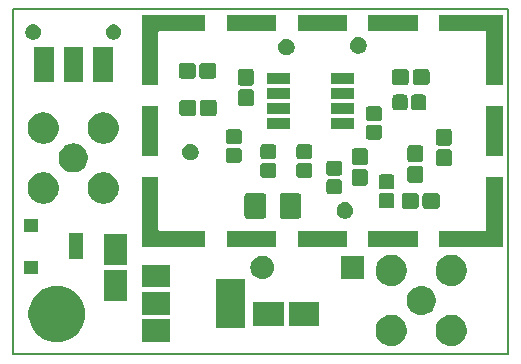
<source format=gbr>
%TF.GenerationSoftware,KiCad,Pcbnew,(5.0.1-3-g963ef8bb5)*%
%TF.CreationDate,2019-01-13T00:49:13+02:00*%
%TF.ProjectId,8307,383330372E6B696361645F7063620000,1.0*%
%TF.SameCoordinates,Original*%
%TF.FileFunction,Soldermask,Top*%
%TF.FilePolarity,Negative*%
%FSLAX46Y46*%
G04 Gerber Fmt 4.6, Leading zero omitted, Abs format (unit mm)*
G04 Created by KiCad (PCBNEW (5.0.1-3-g963ef8bb5)) date Duminică, 13 Ianuarie 2019, 00:49:13*
%MOMM*%
%LPD*%
G01*
G04 APERTURE LIST*
%ADD10C,0.150000*%
G04 APERTURE END LIST*
D10*
X21590000Y-72390000D02*
X21590000Y-43180000D01*
X63500000Y-72390000D02*
X21590000Y-72390000D01*
X63500000Y-43180000D02*
X63500000Y-72390000D01*
X21590000Y-43180000D02*
X63500000Y-43180000D01*
G36*
X58975159Y-69066946D02*
X59060488Y-69083919D01*
X59301623Y-69183800D01*
X59518641Y-69328807D01*
X59703193Y-69513359D01*
X59703195Y-69513362D01*
X59848200Y-69730377D01*
X59943727Y-69961000D01*
X59948081Y-69971513D01*
X59999000Y-70227497D01*
X59999000Y-70488503D01*
X59985785Y-70554939D01*
X59948081Y-70744488D01*
X59858149Y-70961604D01*
X59848200Y-70985623D01*
X59703193Y-71202641D01*
X59518641Y-71387193D01*
X59518638Y-71387195D01*
X59301623Y-71532200D01*
X59060488Y-71632081D01*
X58975159Y-71649054D01*
X58804503Y-71683000D01*
X58543497Y-71683000D01*
X58372841Y-71649054D01*
X58287512Y-71632081D01*
X58046377Y-71532200D01*
X57829362Y-71387195D01*
X57829359Y-71387193D01*
X57644807Y-71202641D01*
X57499800Y-70985623D01*
X57489851Y-70961604D01*
X57399919Y-70744488D01*
X57362215Y-70554939D01*
X57349000Y-70488503D01*
X57349000Y-70227497D01*
X57399919Y-69971513D01*
X57404274Y-69961000D01*
X57499800Y-69730377D01*
X57644805Y-69513362D01*
X57644807Y-69513359D01*
X57829359Y-69328807D01*
X58046377Y-69183800D01*
X58287512Y-69083919D01*
X58372841Y-69066946D01*
X58543497Y-69033000D01*
X58804503Y-69033000D01*
X58975159Y-69066946D01*
X58975159Y-69066946D01*
G37*
G36*
X53895159Y-69066946D02*
X53980488Y-69083919D01*
X54221623Y-69183800D01*
X54438641Y-69328807D01*
X54623193Y-69513359D01*
X54623195Y-69513362D01*
X54768200Y-69730377D01*
X54863727Y-69961000D01*
X54868081Y-69971513D01*
X54919000Y-70227497D01*
X54919000Y-70488503D01*
X54905785Y-70554939D01*
X54868081Y-70744488D01*
X54778149Y-70961604D01*
X54768200Y-70985623D01*
X54623193Y-71202641D01*
X54438641Y-71387193D01*
X54438638Y-71387195D01*
X54221623Y-71532200D01*
X53980488Y-71632081D01*
X53895159Y-71649054D01*
X53724503Y-71683000D01*
X53463497Y-71683000D01*
X53292841Y-71649054D01*
X53207512Y-71632081D01*
X52966377Y-71532200D01*
X52749362Y-71387195D01*
X52749359Y-71387193D01*
X52564807Y-71202641D01*
X52419800Y-70985623D01*
X52409851Y-70961604D01*
X52319919Y-70744488D01*
X52282215Y-70554939D01*
X52269000Y-70488503D01*
X52269000Y-70227497D01*
X52319919Y-69971513D01*
X52324274Y-69961000D01*
X52419800Y-69730377D01*
X52564805Y-69513362D01*
X52564807Y-69513359D01*
X52749359Y-69328807D01*
X52966377Y-69183800D01*
X53207512Y-69083919D01*
X53292841Y-69066946D01*
X53463497Y-69033000D01*
X53724503Y-69033000D01*
X53895159Y-69066946D01*
X53895159Y-69066946D01*
G37*
G36*
X25624904Y-66583979D02*
X25973054Y-66653230D01*
X26409826Y-66834147D01*
X26802911Y-67096798D01*
X27137202Y-67431089D01*
X27399853Y-67824174D01*
X27580770Y-68260946D01*
X27635041Y-68533787D01*
X27673000Y-68724619D01*
X27673000Y-69197381D01*
X27650279Y-69311604D01*
X27580770Y-69661054D01*
X27399853Y-70097826D01*
X27137202Y-70490911D01*
X26802911Y-70825202D01*
X26409826Y-71087853D01*
X25973054Y-71268770D01*
X25624904Y-71338021D01*
X25509381Y-71361000D01*
X25036619Y-71361000D01*
X24921096Y-71338021D01*
X24572946Y-71268770D01*
X24136174Y-71087853D01*
X23743089Y-70825202D01*
X23408798Y-70490911D01*
X23146147Y-70097826D01*
X22965230Y-69661054D01*
X22895721Y-69311604D01*
X22873000Y-69197381D01*
X22873000Y-68724619D01*
X22910959Y-68533787D01*
X22965230Y-68260946D01*
X23146147Y-67824174D01*
X23408798Y-67431089D01*
X23743089Y-67096798D01*
X24136174Y-66834147D01*
X24572946Y-66653230D01*
X24921096Y-66583979D01*
X25036619Y-66561000D01*
X25509381Y-66561000D01*
X25624904Y-66583979D01*
X25624904Y-66583979D01*
G37*
G36*
X34880000Y-71322000D02*
X32480000Y-71322000D01*
X32480000Y-69422000D01*
X34880000Y-69422000D01*
X34880000Y-71322000D01*
X34880000Y-71322000D01*
G37*
G36*
X41180000Y-70172000D02*
X38780000Y-70172000D01*
X38780000Y-65972000D01*
X41180000Y-65972000D01*
X41180000Y-70172000D01*
X41180000Y-70172000D01*
G37*
G36*
X47504000Y-69961000D02*
X44904000Y-69961000D01*
X44904000Y-67961000D01*
X47504000Y-67961000D01*
X47504000Y-69961000D01*
X47504000Y-69961000D01*
G37*
G36*
X44504000Y-69961000D02*
X41904000Y-69961000D01*
X41904000Y-67961000D01*
X44504000Y-67961000D01*
X44504000Y-69961000D01*
X44504000Y-69961000D01*
G37*
G36*
X56372985Y-66616538D02*
X56491319Y-66640076D01*
X56714255Y-66732419D01*
X56788661Y-66782136D01*
X56914895Y-66866483D01*
X57085517Y-67037105D01*
X57085519Y-67037108D01*
X57219581Y-67237745D01*
X57311924Y-67460681D01*
X57333972Y-67571523D01*
X57346369Y-67633845D01*
X57359000Y-67697348D01*
X57359000Y-67938652D01*
X57311924Y-68175319D01*
X57219581Y-68398255D01*
X57129021Y-68533787D01*
X57085517Y-68598895D01*
X56914895Y-68769517D01*
X56914892Y-68769519D01*
X56714255Y-68903581D01*
X56491319Y-68995924D01*
X56394563Y-69015170D01*
X56254653Y-69043000D01*
X56013347Y-69043000D01*
X55873437Y-69015170D01*
X55776681Y-68995924D01*
X55553745Y-68903581D01*
X55353108Y-68769519D01*
X55353105Y-68769517D01*
X55182483Y-68598895D01*
X55138979Y-68533787D01*
X55048419Y-68398255D01*
X54956076Y-68175319D01*
X54909000Y-67938652D01*
X54909000Y-67697348D01*
X54921632Y-67633845D01*
X54934028Y-67571523D01*
X54956076Y-67460681D01*
X55048419Y-67237745D01*
X55182481Y-67037108D01*
X55182483Y-67037105D01*
X55353105Y-66866483D01*
X55479339Y-66782136D01*
X55553745Y-66732419D01*
X55776681Y-66640076D01*
X55895015Y-66616538D01*
X56013347Y-66593000D01*
X56254653Y-66593000D01*
X56372985Y-66616538D01*
X56372985Y-66616538D01*
G37*
G36*
X34880000Y-69022000D02*
X32480000Y-69022000D01*
X32480000Y-67122000D01*
X34880000Y-67122000D01*
X34880000Y-69022000D01*
X34880000Y-69022000D01*
G37*
G36*
X31226000Y-67824000D02*
X29226000Y-67824000D01*
X29226000Y-65224000D01*
X31226000Y-65224000D01*
X31226000Y-67824000D01*
X31226000Y-67824000D01*
G37*
G36*
X34880000Y-66722000D02*
X32480000Y-66722000D01*
X32480000Y-64822000D01*
X34880000Y-64822000D01*
X34880000Y-66722000D01*
X34880000Y-66722000D01*
G37*
G36*
X53895159Y-63986946D02*
X53980488Y-64003919D01*
X54201949Y-64095651D01*
X54221623Y-64103800D01*
X54438641Y-64248807D01*
X54623193Y-64433359D01*
X54623195Y-64433362D01*
X54768200Y-64650377D01*
X54840117Y-64824000D01*
X54868081Y-64891513D01*
X54919000Y-65147497D01*
X54919000Y-65408503D01*
X54918993Y-65408537D01*
X54868081Y-65664488D01*
X54787308Y-65859491D01*
X54768200Y-65905623D01*
X54623193Y-66122641D01*
X54438641Y-66307193D01*
X54438638Y-66307195D01*
X54221623Y-66452200D01*
X53980488Y-66552081D01*
X53935649Y-66561000D01*
X53724503Y-66603000D01*
X53463497Y-66603000D01*
X53252351Y-66561000D01*
X53207512Y-66552081D01*
X52966377Y-66452200D01*
X52749362Y-66307195D01*
X52749359Y-66307193D01*
X52564807Y-66122641D01*
X52419800Y-65905623D01*
X52400692Y-65859491D01*
X52319919Y-65664488D01*
X52269007Y-65408537D01*
X52269000Y-65408503D01*
X52269000Y-65147497D01*
X52319919Y-64891513D01*
X52347884Y-64824000D01*
X52419800Y-64650377D01*
X52564805Y-64433362D01*
X52564807Y-64433359D01*
X52749359Y-64248807D01*
X52966377Y-64103800D01*
X52986051Y-64095651D01*
X53207512Y-64003919D01*
X53292841Y-63986946D01*
X53463497Y-63953000D01*
X53724503Y-63953000D01*
X53895159Y-63986946D01*
X53895159Y-63986946D01*
G37*
G36*
X58975159Y-63986946D02*
X59060488Y-64003919D01*
X59281949Y-64095651D01*
X59301623Y-64103800D01*
X59518641Y-64248807D01*
X59703193Y-64433359D01*
X59703195Y-64433362D01*
X59848200Y-64650377D01*
X59920117Y-64824000D01*
X59948081Y-64891513D01*
X59999000Y-65147497D01*
X59999000Y-65408503D01*
X59998993Y-65408537D01*
X59948081Y-65664488D01*
X59867308Y-65859491D01*
X59848200Y-65905623D01*
X59703193Y-66122641D01*
X59518641Y-66307193D01*
X59518638Y-66307195D01*
X59301623Y-66452200D01*
X59060488Y-66552081D01*
X59015649Y-66561000D01*
X58804503Y-66603000D01*
X58543497Y-66603000D01*
X58332351Y-66561000D01*
X58287512Y-66552081D01*
X58046377Y-66452200D01*
X57829362Y-66307195D01*
X57829359Y-66307193D01*
X57644807Y-66122641D01*
X57499800Y-65905623D01*
X57480692Y-65859491D01*
X57399919Y-65664488D01*
X57349007Y-65408537D01*
X57349000Y-65408503D01*
X57349000Y-65147497D01*
X57399919Y-64891513D01*
X57427884Y-64824000D01*
X57499800Y-64650377D01*
X57644805Y-64433362D01*
X57644807Y-64433359D01*
X57829359Y-64248807D01*
X58046377Y-64103800D01*
X58066051Y-64095651D01*
X58287512Y-64003919D01*
X58372841Y-63986946D01*
X58543497Y-63953000D01*
X58804503Y-63953000D01*
X58975159Y-63986946D01*
X58975159Y-63986946D01*
G37*
G36*
X51292000Y-66024000D02*
X49292000Y-66024000D01*
X49292000Y-64024000D01*
X51292000Y-64024000D01*
X51292000Y-66024000D01*
X51292000Y-66024000D01*
G37*
G36*
X42868030Y-64038469D02*
X42868033Y-64038470D01*
X42868034Y-64038470D01*
X43056535Y-64095651D01*
X43056537Y-64095652D01*
X43230260Y-64188509D01*
X43382528Y-64313472D01*
X43507491Y-64465740D01*
X43600348Y-64639463D01*
X43657531Y-64827970D01*
X43676838Y-65024000D01*
X43657531Y-65220030D01*
X43657530Y-65220033D01*
X43657530Y-65220034D01*
X43600359Y-65408503D01*
X43600348Y-65408537D01*
X43507491Y-65582260D01*
X43382528Y-65734528D01*
X43230260Y-65859491D01*
X43230258Y-65859492D01*
X43056535Y-65952349D01*
X42868034Y-66009530D01*
X42868033Y-66009530D01*
X42868030Y-66009531D01*
X42721124Y-66024000D01*
X42622876Y-66024000D01*
X42475970Y-66009531D01*
X42475967Y-66009530D01*
X42475966Y-66009530D01*
X42287465Y-65952349D01*
X42113742Y-65859492D01*
X42113740Y-65859491D01*
X41961472Y-65734528D01*
X41836509Y-65582260D01*
X41743652Y-65408537D01*
X41743642Y-65408503D01*
X41686470Y-65220034D01*
X41686470Y-65220033D01*
X41686469Y-65220030D01*
X41667162Y-65024000D01*
X41686469Y-64827970D01*
X41743652Y-64639463D01*
X41836509Y-64465740D01*
X41961472Y-64313472D01*
X42113740Y-64188509D01*
X42287463Y-64095652D01*
X42287465Y-64095651D01*
X42475966Y-64038470D01*
X42475967Y-64038470D01*
X42475970Y-64038469D01*
X42622876Y-64024000D01*
X42721124Y-64024000D01*
X42868030Y-64038469D01*
X42868030Y-64038469D01*
G37*
G36*
X23719000Y-65546000D02*
X22519000Y-65546000D01*
X22519000Y-64446000D01*
X23719000Y-64446000D01*
X23719000Y-65546000D01*
X23719000Y-65546000D01*
G37*
G36*
X31226000Y-64824000D02*
X29226000Y-64824000D01*
X29226000Y-62224000D01*
X31226000Y-62224000D01*
X31226000Y-64824000D01*
X31226000Y-64824000D01*
G37*
G36*
X27519000Y-64346000D02*
X26269000Y-64346000D01*
X26269000Y-62146000D01*
X27519000Y-62146000D01*
X27519000Y-64346000D01*
X27519000Y-64346000D01*
G37*
G36*
X33872000Y-61792000D02*
X33874402Y-61816386D01*
X33881515Y-61839835D01*
X33893066Y-61861446D01*
X33908612Y-61880388D01*
X33927554Y-61895934D01*
X33949165Y-61907485D01*
X33972614Y-61914598D01*
X33997000Y-61917000D01*
X37852000Y-61917000D01*
X37852000Y-63317000D01*
X32472000Y-63317000D01*
X32472000Y-57367000D01*
X33872000Y-57367000D01*
X33872000Y-61792000D01*
X33872000Y-61792000D01*
G37*
G36*
X43852000Y-63317000D02*
X39652000Y-63317000D01*
X39652000Y-61917000D01*
X43852000Y-61917000D01*
X43852000Y-63317000D01*
X43852000Y-63317000D01*
G37*
G36*
X49852000Y-63317000D02*
X45652000Y-63317000D01*
X45652000Y-61917000D01*
X49852000Y-61917000D01*
X49852000Y-63317000D01*
X49852000Y-63317000D01*
G37*
G36*
X55852000Y-63317000D02*
X51652000Y-63317000D01*
X51652000Y-61917000D01*
X55852000Y-61917000D01*
X55852000Y-63317000D01*
X55852000Y-63317000D01*
G37*
G36*
X63032000Y-63317000D02*
X57652000Y-63317000D01*
X57652000Y-61917000D01*
X61507000Y-61917000D01*
X61531386Y-61914598D01*
X61554835Y-61907485D01*
X61576446Y-61895934D01*
X61595388Y-61880388D01*
X61610934Y-61861446D01*
X61622485Y-61839835D01*
X61629598Y-61816386D01*
X61632000Y-61792000D01*
X61632000Y-57367000D01*
X63032000Y-57367000D01*
X63032000Y-63317000D01*
X63032000Y-63317000D01*
G37*
G36*
X23719000Y-62046000D02*
X22519000Y-62046000D01*
X22519000Y-60946000D01*
X23719000Y-60946000D01*
X23719000Y-62046000D01*
X23719000Y-62046000D01*
G37*
G36*
X49861183Y-59524900D02*
X49988574Y-59577668D01*
X50103224Y-59654274D01*
X50200726Y-59751776D01*
X50226949Y-59791022D01*
X50277332Y-59866426D01*
X50330100Y-59993817D01*
X50357000Y-60129055D01*
X50357000Y-60266945D01*
X50330100Y-60402183D01*
X50277332Y-60529574D01*
X50200726Y-60644224D01*
X50103224Y-60741726D01*
X49988574Y-60818332D01*
X49861183Y-60871100D01*
X49725945Y-60898000D01*
X49588055Y-60898000D01*
X49452817Y-60871100D01*
X49325426Y-60818332D01*
X49210776Y-60741726D01*
X49113274Y-60644224D01*
X49036668Y-60529574D01*
X48983900Y-60402183D01*
X48957000Y-60266945D01*
X48957000Y-60129055D01*
X48983900Y-59993817D01*
X49036668Y-59866426D01*
X49087051Y-59791022D01*
X49113274Y-59751776D01*
X49210776Y-59654274D01*
X49325426Y-59577668D01*
X49452817Y-59524900D01*
X49588055Y-59498000D01*
X49725945Y-59498000D01*
X49861183Y-59524900D01*
X49861183Y-59524900D01*
G37*
G36*
X45768482Y-58747186D02*
X45813204Y-58760753D01*
X45854433Y-58782790D01*
X45890561Y-58812439D01*
X45920210Y-58848567D01*
X45942247Y-58889796D01*
X45955814Y-58934518D01*
X45961000Y-58987175D01*
X45961000Y-60646825D01*
X45955814Y-60699482D01*
X45942247Y-60744204D01*
X45920210Y-60785433D01*
X45890561Y-60821561D01*
X45854433Y-60851210D01*
X45813204Y-60873247D01*
X45768482Y-60886814D01*
X45715825Y-60892000D01*
X44381175Y-60892000D01*
X44328518Y-60886814D01*
X44283796Y-60873247D01*
X44242567Y-60851210D01*
X44206439Y-60821561D01*
X44176790Y-60785433D01*
X44154753Y-60744204D01*
X44141186Y-60699482D01*
X44136000Y-60646825D01*
X44136000Y-58987175D01*
X44141186Y-58934518D01*
X44154753Y-58889796D01*
X44176790Y-58848567D01*
X44206439Y-58812439D01*
X44242567Y-58782790D01*
X44283796Y-58760753D01*
X44328518Y-58747186D01*
X44381175Y-58742000D01*
X45715825Y-58742000D01*
X45768482Y-58747186D01*
X45768482Y-58747186D01*
G37*
G36*
X42793482Y-58747186D02*
X42838204Y-58760753D01*
X42879433Y-58782790D01*
X42915561Y-58812439D01*
X42945210Y-58848567D01*
X42967247Y-58889796D01*
X42980814Y-58934518D01*
X42986000Y-58987175D01*
X42986000Y-60646825D01*
X42980814Y-60699482D01*
X42967247Y-60744204D01*
X42945210Y-60785433D01*
X42915561Y-60821561D01*
X42879433Y-60851210D01*
X42838204Y-60873247D01*
X42793482Y-60886814D01*
X42740825Y-60892000D01*
X41406175Y-60892000D01*
X41353518Y-60886814D01*
X41308796Y-60873247D01*
X41267567Y-60851210D01*
X41231439Y-60821561D01*
X41201790Y-60785433D01*
X41179753Y-60744204D01*
X41166186Y-60699482D01*
X41161000Y-60646825D01*
X41161000Y-58987175D01*
X41166186Y-58934518D01*
X41179753Y-58889796D01*
X41201790Y-58848567D01*
X41231439Y-58812439D01*
X41267567Y-58782790D01*
X41308796Y-58760753D01*
X41353518Y-58747186D01*
X41406175Y-58742000D01*
X42740825Y-58742000D01*
X42793482Y-58747186D01*
X42793482Y-58747186D01*
G37*
G36*
X57461730Y-58716077D02*
X57513210Y-58731693D01*
X57560642Y-58757046D01*
X57602227Y-58791173D01*
X57636354Y-58832758D01*
X57661707Y-58880190D01*
X57677323Y-58931670D01*
X57683200Y-58991340D01*
X57683200Y-59779060D01*
X57677323Y-59838730D01*
X57661707Y-59890210D01*
X57636354Y-59937642D01*
X57602227Y-59979227D01*
X57560642Y-60013354D01*
X57513210Y-60038707D01*
X57461730Y-60054323D01*
X57402060Y-60060200D01*
X56514340Y-60060200D01*
X56454670Y-60054323D01*
X56403190Y-60038707D01*
X56355758Y-60013354D01*
X56314173Y-59979227D01*
X56280046Y-59937642D01*
X56254693Y-59890210D01*
X56239077Y-59838730D01*
X56233200Y-59779060D01*
X56233200Y-58991340D01*
X56239077Y-58931670D01*
X56254693Y-58880190D01*
X56280046Y-58832758D01*
X56314173Y-58791173D01*
X56355758Y-58757046D01*
X56403190Y-58731693D01*
X56454670Y-58716077D01*
X56514340Y-58710200D01*
X57402060Y-58710200D01*
X57461730Y-58716077D01*
X57461730Y-58716077D01*
G37*
G36*
X55711730Y-58716077D02*
X55763210Y-58731693D01*
X55810642Y-58757046D01*
X55852227Y-58791173D01*
X55886354Y-58832758D01*
X55911707Y-58880190D01*
X55927323Y-58931670D01*
X55933200Y-58991340D01*
X55933200Y-59779060D01*
X55927323Y-59838730D01*
X55911707Y-59890210D01*
X55886354Y-59937642D01*
X55852227Y-59979227D01*
X55810642Y-60013354D01*
X55763210Y-60038707D01*
X55711730Y-60054323D01*
X55652060Y-60060200D01*
X54764340Y-60060200D01*
X54704670Y-60054323D01*
X54653190Y-60038707D01*
X54605758Y-60013354D01*
X54564173Y-59979227D01*
X54530046Y-59937642D01*
X54504693Y-59890210D01*
X54489077Y-59838730D01*
X54483200Y-59779060D01*
X54483200Y-58991340D01*
X54489077Y-58931670D01*
X54504693Y-58880190D01*
X54530046Y-58832758D01*
X54564173Y-58791173D01*
X54605758Y-58757046D01*
X54653190Y-58731693D01*
X54704670Y-58716077D01*
X54764340Y-58710200D01*
X55652060Y-58710200D01*
X55711730Y-58716077D01*
X55711730Y-58716077D01*
G37*
G36*
X53656222Y-58727917D02*
X53704185Y-58742466D01*
X53748375Y-58766086D01*
X53787118Y-58797882D01*
X53818914Y-58836625D01*
X53842534Y-58880815D01*
X53857083Y-58928778D01*
X53862600Y-58984791D01*
X53862600Y-59735009D01*
X53857083Y-59791022D01*
X53842534Y-59838985D01*
X53818914Y-59883175D01*
X53787118Y-59921918D01*
X53748375Y-59953714D01*
X53704185Y-59977334D01*
X53656222Y-59991883D01*
X53600209Y-59997400D01*
X52774991Y-59997400D01*
X52718978Y-59991883D01*
X52671015Y-59977334D01*
X52626825Y-59953714D01*
X52588082Y-59921918D01*
X52556286Y-59883175D01*
X52532666Y-59838985D01*
X52518117Y-59791022D01*
X52512600Y-59735009D01*
X52512600Y-58984791D01*
X52518117Y-58928778D01*
X52532666Y-58880815D01*
X52556286Y-58836625D01*
X52588082Y-58797882D01*
X52626825Y-58766086D01*
X52671015Y-58742466D01*
X52718978Y-58727917D01*
X52774991Y-58722400D01*
X53600209Y-58722400D01*
X53656222Y-58727917D01*
X53656222Y-58727917D01*
G37*
G36*
X29488481Y-56997435D02*
X29596488Y-57018919D01*
X29665783Y-57047622D01*
X29837623Y-57118800D01*
X30054641Y-57263807D01*
X30239193Y-57448359D01*
X30239195Y-57448362D01*
X30384200Y-57665377D01*
X30484081Y-57906512D01*
X30535000Y-58162499D01*
X30535000Y-58423501D01*
X30484081Y-58679488D01*
X30422151Y-58829000D01*
X30384200Y-58920623D01*
X30239193Y-59137641D01*
X30054641Y-59322193D01*
X30054638Y-59322195D01*
X29837623Y-59467200D01*
X29596488Y-59567081D01*
X29511159Y-59584054D01*
X29340503Y-59618000D01*
X29079497Y-59618000D01*
X28908841Y-59584054D01*
X28823512Y-59567081D01*
X28582377Y-59467200D01*
X28365362Y-59322195D01*
X28365359Y-59322193D01*
X28180807Y-59137641D01*
X28035800Y-58920623D01*
X27997849Y-58829000D01*
X27935919Y-58679488D01*
X27885000Y-58423501D01*
X27885000Y-58162499D01*
X27935919Y-57906512D01*
X28035800Y-57665377D01*
X28180805Y-57448362D01*
X28180807Y-57448359D01*
X28365359Y-57263807D01*
X28582377Y-57118800D01*
X28754217Y-57047622D01*
X28823512Y-57018919D01*
X28931519Y-56997435D01*
X29079497Y-56968000D01*
X29340503Y-56968000D01*
X29488481Y-56997435D01*
X29488481Y-56997435D01*
G37*
G36*
X24408481Y-56997435D02*
X24516488Y-57018919D01*
X24585783Y-57047622D01*
X24757623Y-57118800D01*
X24974641Y-57263807D01*
X25159193Y-57448359D01*
X25159195Y-57448362D01*
X25304200Y-57665377D01*
X25404081Y-57906512D01*
X25455000Y-58162499D01*
X25455000Y-58423501D01*
X25404081Y-58679488D01*
X25342151Y-58829000D01*
X25304200Y-58920623D01*
X25159193Y-59137641D01*
X24974641Y-59322193D01*
X24974638Y-59322195D01*
X24757623Y-59467200D01*
X24516488Y-59567081D01*
X24431159Y-59584054D01*
X24260503Y-59618000D01*
X23999497Y-59618000D01*
X23828841Y-59584054D01*
X23743512Y-59567081D01*
X23502377Y-59467200D01*
X23285362Y-59322195D01*
X23285359Y-59322193D01*
X23100807Y-59137641D01*
X22955800Y-58920623D01*
X22917849Y-58829000D01*
X22855919Y-58679488D01*
X22805000Y-58423501D01*
X22805000Y-58162499D01*
X22855919Y-57906512D01*
X22955800Y-57665377D01*
X23100805Y-57448362D01*
X23100807Y-57448359D01*
X23285359Y-57263807D01*
X23502377Y-57118800D01*
X23674217Y-57047622D01*
X23743512Y-57018919D01*
X23851519Y-56997435D01*
X23999497Y-56968000D01*
X24260503Y-56968000D01*
X24408481Y-56997435D01*
X24408481Y-56997435D01*
G37*
G36*
X49236622Y-57559517D02*
X49284585Y-57574066D01*
X49328775Y-57597686D01*
X49367518Y-57629482D01*
X49399314Y-57668225D01*
X49422934Y-57712415D01*
X49437483Y-57760378D01*
X49443000Y-57816391D01*
X49443000Y-58566609D01*
X49437483Y-58622622D01*
X49422934Y-58670585D01*
X49399314Y-58714775D01*
X49367518Y-58753518D01*
X49328775Y-58785314D01*
X49284585Y-58808934D01*
X49236622Y-58823483D01*
X49180609Y-58829000D01*
X48355391Y-58829000D01*
X48299378Y-58823483D01*
X48251415Y-58808934D01*
X48207225Y-58785314D01*
X48168482Y-58753518D01*
X48136686Y-58714775D01*
X48113066Y-58670585D01*
X48098517Y-58622622D01*
X48093000Y-58566609D01*
X48093000Y-57816391D01*
X48098517Y-57760378D01*
X48113066Y-57712415D01*
X48136686Y-57668225D01*
X48168482Y-57629482D01*
X48207225Y-57597686D01*
X48251415Y-57574066D01*
X48299378Y-57559517D01*
X48355391Y-57554000D01*
X49180609Y-57554000D01*
X49236622Y-57559517D01*
X49236622Y-57559517D01*
G37*
G36*
X53656222Y-57152917D02*
X53704185Y-57167466D01*
X53748375Y-57191086D01*
X53787118Y-57222882D01*
X53818914Y-57261625D01*
X53842534Y-57305815D01*
X53857083Y-57353778D01*
X53862600Y-57409791D01*
X53862600Y-58160009D01*
X53857083Y-58216022D01*
X53842534Y-58263985D01*
X53818914Y-58308175D01*
X53787118Y-58346918D01*
X53748375Y-58378714D01*
X53704185Y-58402334D01*
X53656222Y-58416883D01*
X53600209Y-58422400D01*
X52774991Y-58422400D01*
X52718978Y-58416883D01*
X52671015Y-58402334D01*
X52626825Y-58378714D01*
X52588082Y-58346918D01*
X52556286Y-58308175D01*
X52532666Y-58263985D01*
X52518117Y-58216022D01*
X52512600Y-58160009D01*
X52512600Y-57409791D01*
X52518117Y-57353778D01*
X52532666Y-57305815D01*
X52556286Y-57261625D01*
X52588082Y-57222882D01*
X52626825Y-57191086D01*
X52671015Y-57167466D01*
X52718978Y-57152917D01*
X52774991Y-57147400D01*
X53600209Y-57147400D01*
X53656222Y-57152917D01*
X53656222Y-57152917D01*
G37*
G36*
X51380530Y-56670877D02*
X51432010Y-56686493D01*
X51479442Y-56711846D01*
X51521027Y-56745973D01*
X51555154Y-56787558D01*
X51580507Y-56834990D01*
X51596123Y-56886470D01*
X51602000Y-56946140D01*
X51602000Y-57833860D01*
X51596123Y-57893530D01*
X51580507Y-57945010D01*
X51555154Y-57992442D01*
X51521027Y-58034027D01*
X51479442Y-58068154D01*
X51432010Y-58093507D01*
X51380530Y-58109123D01*
X51320860Y-58115000D01*
X50533140Y-58115000D01*
X50473470Y-58109123D01*
X50421990Y-58093507D01*
X50374558Y-58068154D01*
X50332973Y-58034027D01*
X50298846Y-57992442D01*
X50273493Y-57945010D01*
X50257877Y-57893530D01*
X50252000Y-57833860D01*
X50252000Y-56946140D01*
X50257877Y-56886470D01*
X50273493Y-56834990D01*
X50298846Y-56787558D01*
X50332973Y-56745973D01*
X50374558Y-56711846D01*
X50421990Y-56686493D01*
X50473470Y-56670877D01*
X50533140Y-56665000D01*
X51320860Y-56665000D01*
X51380530Y-56670877D01*
X51380530Y-56670877D01*
G37*
G36*
X56079530Y-56416877D02*
X56131010Y-56432493D01*
X56178442Y-56457846D01*
X56220027Y-56491973D01*
X56254154Y-56533558D01*
X56279507Y-56580990D01*
X56295123Y-56632470D01*
X56301000Y-56692140D01*
X56301000Y-57579860D01*
X56295123Y-57639530D01*
X56279507Y-57691010D01*
X56254154Y-57738442D01*
X56220027Y-57780027D01*
X56178442Y-57814154D01*
X56131010Y-57839507D01*
X56079530Y-57855123D01*
X56019860Y-57861000D01*
X55232140Y-57861000D01*
X55172470Y-57855123D01*
X55120990Y-57839507D01*
X55073558Y-57814154D01*
X55031973Y-57780027D01*
X54997846Y-57738442D01*
X54972493Y-57691010D01*
X54956877Y-57639530D01*
X54951000Y-57579860D01*
X54951000Y-56692140D01*
X54956877Y-56632470D01*
X54972493Y-56580990D01*
X54997846Y-56533558D01*
X55031973Y-56491973D01*
X55073558Y-56457846D01*
X55120990Y-56432493D01*
X55172470Y-56416877D01*
X55232140Y-56411000D01*
X56019860Y-56411000D01*
X56079530Y-56416877D01*
X56079530Y-56416877D01*
G37*
G36*
X43648622Y-56162517D02*
X43696585Y-56177066D01*
X43740775Y-56200686D01*
X43779518Y-56232482D01*
X43811314Y-56271225D01*
X43834934Y-56315415D01*
X43849483Y-56363378D01*
X43855000Y-56419391D01*
X43855000Y-57169609D01*
X43849483Y-57225622D01*
X43834934Y-57273585D01*
X43811314Y-57317775D01*
X43779518Y-57356518D01*
X43740775Y-57388314D01*
X43696585Y-57411934D01*
X43648622Y-57426483D01*
X43592609Y-57432000D01*
X42767391Y-57432000D01*
X42711378Y-57426483D01*
X42663415Y-57411934D01*
X42619225Y-57388314D01*
X42580482Y-57356518D01*
X42548686Y-57317775D01*
X42525066Y-57273585D01*
X42510517Y-57225622D01*
X42505000Y-57169609D01*
X42505000Y-56419391D01*
X42510517Y-56363378D01*
X42525066Y-56315415D01*
X42548686Y-56271225D01*
X42580482Y-56232482D01*
X42619225Y-56200686D01*
X42663415Y-56177066D01*
X42711378Y-56162517D01*
X42767391Y-56157000D01*
X43592609Y-56157000D01*
X43648622Y-56162517D01*
X43648622Y-56162517D01*
G37*
G36*
X46696622Y-56162517D02*
X46744585Y-56177066D01*
X46788775Y-56200686D01*
X46827518Y-56232482D01*
X46859314Y-56271225D01*
X46882934Y-56315415D01*
X46897483Y-56363378D01*
X46903000Y-56419391D01*
X46903000Y-57169609D01*
X46897483Y-57225622D01*
X46882934Y-57273585D01*
X46859314Y-57317775D01*
X46827518Y-57356518D01*
X46788775Y-57388314D01*
X46744585Y-57411934D01*
X46696622Y-57426483D01*
X46640609Y-57432000D01*
X45815391Y-57432000D01*
X45759378Y-57426483D01*
X45711415Y-57411934D01*
X45667225Y-57388314D01*
X45628482Y-57356518D01*
X45596686Y-57317775D01*
X45573066Y-57273585D01*
X45558517Y-57225622D01*
X45553000Y-57169609D01*
X45553000Y-56419391D01*
X45558517Y-56363378D01*
X45573066Y-56315415D01*
X45596686Y-56271225D01*
X45628482Y-56232482D01*
X45667225Y-56200686D01*
X45711415Y-56177066D01*
X45759378Y-56162517D01*
X45815391Y-56157000D01*
X46640609Y-56157000D01*
X46696622Y-56162517D01*
X46696622Y-56162517D01*
G37*
G36*
X49236622Y-55984517D02*
X49284585Y-55999066D01*
X49328775Y-56022686D01*
X49367518Y-56054482D01*
X49399314Y-56093225D01*
X49422934Y-56137415D01*
X49437483Y-56185378D01*
X49443000Y-56241391D01*
X49443000Y-56991609D01*
X49437483Y-57047622D01*
X49422934Y-57095585D01*
X49399314Y-57139775D01*
X49367518Y-57178518D01*
X49328775Y-57210314D01*
X49284585Y-57233934D01*
X49236622Y-57248483D01*
X49180609Y-57254000D01*
X48355391Y-57254000D01*
X48299378Y-57248483D01*
X48251415Y-57233934D01*
X48207225Y-57210314D01*
X48168482Y-57178518D01*
X48136686Y-57139775D01*
X48113066Y-57095585D01*
X48098517Y-57047622D01*
X48093000Y-56991609D01*
X48093000Y-56241391D01*
X48098517Y-56185378D01*
X48113066Y-56137415D01*
X48136686Y-56093225D01*
X48168482Y-56054482D01*
X48207225Y-56022686D01*
X48251415Y-55999066D01*
X48299378Y-55984517D01*
X48355391Y-55979000D01*
X49180609Y-55979000D01*
X49236622Y-55984517D01*
X49236622Y-55984517D01*
G37*
G36*
X26867641Y-54543314D02*
X27027319Y-54575076D01*
X27250255Y-54667419D01*
X27416903Y-54778770D01*
X27450895Y-54801483D01*
X27621517Y-54972105D01*
X27621519Y-54972108D01*
X27755581Y-55172745D01*
X27847924Y-55395681D01*
X27847924Y-55395682D01*
X27882002Y-55567000D01*
X27895000Y-55632348D01*
X27895000Y-55873652D01*
X27847924Y-56110319D01*
X27755581Y-56333255D01*
X27637583Y-56509851D01*
X27621517Y-56533895D01*
X27450895Y-56704517D01*
X27450892Y-56704519D01*
X27250255Y-56838581D01*
X27027319Y-56930924D01*
X26998497Y-56936657D01*
X26790653Y-56978000D01*
X26549347Y-56978000D01*
X26341503Y-56936657D01*
X26312681Y-56930924D01*
X26089745Y-56838581D01*
X25889108Y-56704519D01*
X25889105Y-56704517D01*
X25718483Y-56533895D01*
X25702417Y-56509851D01*
X25584419Y-56333255D01*
X25492076Y-56110319D01*
X25445000Y-55873652D01*
X25445000Y-55632348D01*
X25457999Y-55567000D01*
X25492076Y-55395682D01*
X25492076Y-55395681D01*
X25584419Y-55172745D01*
X25718481Y-54972108D01*
X25718483Y-54972105D01*
X25889105Y-54801483D01*
X25923097Y-54778770D01*
X26089745Y-54667419D01*
X26312681Y-54575076D01*
X26472359Y-54543314D01*
X26549347Y-54528000D01*
X26790653Y-54528000D01*
X26867641Y-54543314D01*
X26867641Y-54543314D01*
G37*
G36*
X58492530Y-55019877D02*
X58544010Y-55035493D01*
X58591442Y-55060846D01*
X58633027Y-55094973D01*
X58667154Y-55136558D01*
X58692507Y-55183990D01*
X58708123Y-55235470D01*
X58714000Y-55295140D01*
X58714000Y-56182860D01*
X58708123Y-56242530D01*
X58692507Y-56294010D01*
X58667154Y-56341442D01*
X58633027Y-56383027D01*
X58591442Y-56417154D01*
X58544010Y-56442507D01*
X58492530Y-56458123D01*
X58432860Y-56464000D01*
X57645140Y-56464000D01*
X57585470Y-56458123D01*
X57533990Y-56442507D01*
X57486558Y-56417154D01*
X57444973Y-56383027D01*
X57410846Y-56341442D01*
X57385493Y-56294010D01*
X57369877Y-56242530D01*
X57364000Y-56182860D01*
X57364000Y-55295140D01*
X57369877Y-55235470D01*
X57385493Y-55183990D01*
X57410846Y-55136558D01*
X57444973Y-55094973D01*
X57486558Y-55060846D01*
X57533990Y-55035493D01*
X57585470Y-55019877D01*
X57645140Y-55014000D01*
X58432860Y-55014000D01*
X58492530Y-55019877D01*
X58492530Y-55019877D01*
G37*
G36*
X51380530Y-54920877D02*
X51432010Y-54936493D01*
X51479442Y-54961846D01*
X51521027Y-54995973D01*
X51555154Y-55037558D01*
X51580507Y-55084990D01*
X51596123Y-55136470D01*
X51602000Y-55196140D01*
X51602000Y-56083860D01*
X51596123Y-56143530D01*
X51580507Y-56195010D01*
X51555154Y-56242442D01*
X51521027Y-56284027D01*
X51479442Y-56318154D01*
X51432010Y-56343507D01*
X51380530Y-56359123D01*
X51320860Y-56365000D01*
X50533140Y-56365000D01*
X50473470Y-56359123D01*
X50421990Y-56343507D01*
X50374558Y-56318154D01*
X50332973Y-56284027D01*
X50298846Y-56242442D01*
X50273493Y-56195010D01*
X50257877Y-56143530D01*
X50252000Y-56083860D01*
X50252000Y-55196140D01*
X50257877Y-55136470D01*
X50273493Y-55084990D01*
X50298846Y-55037558D01*
X50332973Y-54995973D01*
X50374558Y-54961846D01*
X50421990Y-54936493D01*
X50473470Y-54920877D01*
X50533140Y-54915000D01*
X51320860Y-54915000D01*
X51380530Y-54920877D01*
X51380530Y-54920877D01*
G37*
G36*
X40727622Y-54892517D02*
X40775585Y-54907066D01*
X40819775Y-54930686D01*
X40858518Y-54962482D01*
X40890314Y-55001225D01*
X40913934Y-55045415D01*
X40928483Y-55093378D01*
X40934000Y-55149391D01*
X40934000Y-55899609D01*
X40928483Y-55955622D01*
X40913934Y-56003585D01*
X40890314Y-56047775D01*
X40858518Y-56086518D01*
X40819775Y-56118314D01*
X40775585Y-56141934D01*
X40727622Y-56156483D01*
X40671609Y-56162000D01*
X39846391Y-56162000D01*
X39790378Y-56156483D01*
X39742415Y-56141934D01*
X39698225Y-56118314D01*
X39659482Y-56086518D01*
X39627686Y-56047775D01*
X39604066Y-56003585D01*
X39589517Y-55955622D01*
X39584000Y-55899609D01*
X39584000Y-55149391D01*
X39589517Y-55093378D01*
X39604066Y-55045415D01*
X39627686Y-55001225D01*
X39659482Y-54962482D01*
X39698225Y-54930686D01*
X39742415Y-54907066D01*
X39790378Y-54892517D01*
X39846391Y-54887000D01*
X40671609Y-54887000D01*
X40727622Y-54892517D01*
X40727622Y-54892517D01*
G37*
G36*
X56079530Y-54666877D02*
X56131010Y-54682493D01*
X56178442Y-54707846D01*
X56220027Y-54741973D01*
X56254154Y-54783558D01*
X56279507Y-54830990D01*
X56295123Y-54882470D01*
X56301000Y-54942140D01*
X56301000Y-55829860D01*
X56295123Y-55889530D01*
X56279507Y-55941010D01*
X56254154Y-55988442D01*
X56220027Y-56030027D01*
X56178442Y-56064154D01*
X56131010Y-56089507D01*
X56079530Y-56105123D01*
X56019860Y-56111000D01*
X55232140Y-56111000D01*
X55172470Y-56105123D01*
X55120990Y-56089507D01*
X55073558Y-56064154D01*
X55031973Y-56030027D01*
X54997846Y-55988442D01*
X54972493Y-55941010D01*
X54956877Y-55889530D01*
X54951000Y-55829860D01*
X54951000Y-54942140D01*
X54956877Y-54882470D01*
X54972493Y-54830990D01*
X54997846Y-54783558D01*
X55031973Y-54741973D01*
X55073558Y-54707846D01*
X55120990Y-54682493D01*
X55172470Y-54666877D01*
X55232140Y-54661000D01*
X56019860Y-54661000D01*
X56079530Y-54666877D01*
X56079530Y-54666877D01*
G37*
G36*
X36780183Y-54571900D02*
X36907574Y-54624668D01*
X37022224Y-54701274D01*
X37119726Y-54798776D01*
X37175648Y-54882470D01*
X37196332Y-54913426D01*
X37249100Y-55040817D01*
X37276000Y-55176055D01*
X37276000Y-55313945D01*
X37249100Y-55449183D01*
X37200298Y-55567000D01*
X37196332Y-55576574D01*
X37119726Y-55691224D01*
X37022224Y-55788726D01*
X36940622Y-55843250D01*
X36907574Y-55865332D01*
X36780183Y-55918100D01*
X36644945Y-55945000D01*
X36507055Y-55945000D01*
X36371817Y-55918100D01*
X36244426Y-55865332D01*
X36211378Y-55843250D01*
X36129776Y-55788726D01*
X36032274Y-55691224D01*
X35955668Y-55576574D01*
X35951702Y-55567000D01*
X35902900Y-55449183D01*
X35876000Y-55313945D01*
X35876000Y-55176055D01*
X35902900Y-55040817D01*
X35955668Y-54913426D01*
X35976352Y-54882470D01*
X36032274Y-54798776D01*
X36129776Y-54701274D01*
X36244426Y-54624668D01*
X36371817Y-54571900D01*
X36507055Y-54545000D01*
X36644945Y-54545000D01*
X36780183Y-54571900D01*
X36780183Y-54571900D01*
G37*
G36*
X43648622Y-54587517D02*
X43696585Y-54602066D01*
X43740775Y-54625686D01*
X43779518Y-54657482D01*
X43811314Y-54696225D01*
X43834934Y-54740415D01*
X43849483Y-54788378D01*
X43855000Y-54844391D01*
X43855000Y-55594609D01*
X43849483Y-55650622D01*
X43834934Y-55698585D01*
X43811314Y-55742775D01*
X43779518Y-55781518D01*
X43740775Y-55813314D01*
X43696585Y-55836934D01*
X43648622Y-55851483D01*
X43592609Y-55857000D01*
X42767391Y-55857000D01*
X42711378Y-55851483D01*
X42663415Y-55836934D01*
X42619225Y-55813314D01*
X42580482Y-55781518D01*
X42548686Y-55742775D01*
X42525066Y-55698585D01*
X42510517Y-55650622D01*
X42505000Y-55594609D01*
X42505000Y-54844391D01*
X42510517Y-54788378D01*
X42525066Y-54740415D01*
X42548686Y-54696225D01*
X42580482Y-54657482D01*
X42619225Y-54625686D01*
X42663415Y-54602066D01*
X42711378Y-54587517D01*
X42767391Y-54582000D01*
X43592609Y-54582000D01*
X43648622Y-54587517D01*
X43648622Y-54587517D01*
G37*
G36*
X46696622Y-54587517D02*
X46744585Y-54602066D01*
X46788775Y-54625686D01*
X46827518Y-54657482D01*
X46859314Y-54696225D01*
X46882934Y-54740415D01*
X46897483Y-54788378D01*
X46903000Y-54844391D01*
X46903000Y-55594609D01*
X46897483Y-55650622D01*
X46882934Y-55698585D01*
X46859314Y-55742775D01*
X46827518Y-55781518D01*
X46788775Y-55813314D01*
X46744585Y-55836934D01*
X46696622Y-55851483D01*
X46640609Y-55857000D01*
X45815391Y-55857000D01*
X45759378Y-55851483D01*
X45711415Y-55836934D01*
X45667225Y-55813314D01*
X45628482Y-55781518D01*
X45596686Y-55742775D01*
X45573066Y-55698585D01*
X45558517Y-55650622D01*
X45553000Y-55594609D01*
X45553000Y-54844391D01*
X45558517Y-54788378D01*
X45573066Y-54740415D01*
X45596686Y-54696225D01*
X45628482Y-54657482D01*
X45667225Y-54625686D01*
X45711415Y-54602066D01*
X45759378Y-54587517D01*
X45815391Y-54582000D01*
X46640609Y-54582000D01*
X46696622Y-54587517D01*
X46696622Y-54587517D01*
G37*
G36*
X63032000Y-55567000D02*
X61632000Y-55567000D01*
X61632000Y-51367000D01*
X63032000Y-51367000D01*
X63032000Y-55567000D01*
X63032000Y-55567000D01*
G37*
G36*
X33872000Y-55567000D02*
X32472000Y-55567000D01*
X32472000Y-51367000D01*
X33872000Y-51367000D01*
X33872000Y-55567000D01*
X33872000Y-55567000D01*
G37*
G36*
X58492530Y-53269877D02*
X58544010Y-53285493D01*
X58591442Y-53310846D01*
X58633027Y-53344973D01*
X58667154Y-53386558D01*
X58692507Y-53433990D01*
X58708123Y-53485470D01*
X58714000Y-53545140D01*
X58714000Y-54432860D01*
X58708123Y-54492530D01*
X58692507Y-54544010D01*
X58667154Y-54591442D01*
X58633027Y-54633027D01*
X58591442Y-54667154D01*
X58544010Y-54692507D01*
X58492530Y-54708123D01*
X58432860Y-54714000D01*
X57645140Y-54714000D01*
X57585470Y-54708123D01*
X57533990Y-54692507D01*
X57486558Y-54667154D01*
X57444973Y-54633027D01*
X57410846Y-54591442D01*
X57385493Y-54544010D01*
X57369877Y-54492530D01*
X57364000Y-54432860D01*
X57364000Y-53545140D01*
X57369877Y-53485470D01*
X57385493Y-53433990D01*
X57410846Y-53386558D01*
X57444973Y-53344973D01*
X57486558Y-53310846D01*
X57533990Y-53285493D01*
X57585470Y-53269877D01*
X57645140Y-53264000D01*
X58432860Y-53264000D01*
X58492530Y-53269877D01*
X58492530Y-53269877D01*
G37*
G36*
X40727622Y-53317517D02*
X40775585Y-53332066D01*
X40819775Y-53355686D01*
X40858518Y-53387482D01*
X40890314Y-53426225D01*
X40913934Y-53470415D01*
X40928483Y-53518378D01*
X40934000Y-53574391D01*
X40934000Y-54324609D01*
X40928483Y-54380622D01*
X40913934Y-54428585D01*
X40890314Y-54472775D01*
X40858518Y-54511518D01*
X40819775Y-54543314D01*
X40775585Y-54566934D01*
X40727622Y-54581483D01*
X40671609Y-54587000D01*
X39846391Y-54587000D01*
X39790378Y-54581483D01*
X39742415Y-54566934D01*
X39698225Y-54543314D01*
X39659482Y-54511518D01*
X39627686Y-54472775D01*
X39604066Y-54428585D01*
X39589517Y-54380622D01*
X39584000Y-54324609D01*
X39584000Y-53574391D01*
X39589517Y-53518378D01*
X39604066Y-53470415D01*
X39627686Y-53426225D01*
X39659482Y-53387482D01*
X39698225Y-53355686D01*
X39742415Y-53332066D01*
X39790378Y-53317517D01*
X39846391Y-53312000D01*
X40671609Y-53312000D01*
X40727622Y-53317517D01*
X40727622Y-53317517D01*
G37*
G36*
X29473942Y-51914543D02*
X29596488Y-51938919D01*
X29831358Y-52036205D01*
X29837623Y-52038800D01*
X30054641Y-52183807D01*
X30239193Y-52368359D01*
X30384200Y-52585377D01*
X30484081Y-52826513D01*
X30535000Y-53082497D01*
X30535000Y-53343503D01*
X30520978Y-53413995D01*
X30484081Y-53599488D01*
X30471132Y-53630750D01*
X30384200Y-53840623D01*
X30239193Y-54057641D01*
X30054641Y-54242193D01*
X30054638Y-54242195D01*
X29837623Y-54387200D01*
X29596488Y-54487081D01*
X29511159Y-54504054D01*
X29340503Y-54538000D01*
X29079497Y-54538000D01*
X28908841Y-54504054D01*
X28823512Y-54487081D01*
X28582377Y-54387200D01*
X28365362Y-54242195D01*
X28365359Y-54242193D01*
X28180807Y-54057641D01*
X28035800Y-53840623D01*
X27948868Y-53630750D01*
X27935919Y-53599488D01*
X27899022Y-53413995D01*
X27885000Y-53343503D01*
X27885000Y-53082497D01*
X27935919Y-52826513D01*
X28035800Y-52585377D01*
X28180807Y-52368359D01*
X28365359Y-52183807D01*
X28582377Y-52038800D01*
X28588642Y-52036205D01*
X28823512Y-51938919D01*
X28946058Y-51914543D01*
X29079497Y-51888000D01*
X29340503Y-51888000D01*
X29473942Y-51914543D01*
X29473942Y-51914543D01*
G37*
G36*
X24393942Y-51914543D02*
X24516488Y-51938919D01*
X24751358Y-52036205D01*
X24757623Y-52038800D01*
X24974641Y-52183807D01*
X25159193Y-52368359D01*
X25304200Y-52585377D01*
X25404081Y-52826513D01*
X25455000Y-53082497D01*
X25455000Y-53343503D01*
X25440978Y-53413995D01*
X25404081Y-53599488D01*
X25391132Y-53630750D01*
X25304200Y-53840623D01*
X25159193Y-54057641D01*
X24974641Y-54242193D01*
X24974638Y-54242195D01*
X24757623Y-54387200D01*
X24516488Y-54487081D01*
X24431159Y-54504054D01*
X24260503Y-54538000D01*
X23999497Y-54538000D01*
X23828841Y-54504054D01*
X23743512Y-54487081D01*
X23502377Y-54387200D01*
X23285362Y-54242195D01*
X23285359Y-54242193D01*
X23100807Y-54057641D01*
X22955800Y-53840623D01*
X22868868Y-53630750D01*
X22855919Y-53599488D01*
X22819022Y-53413995D01*
X22805000Y-53343503D01*
X22805000Y-53082497D01*
X22855919Y-52826513D01*
X22955800Y-52585377D01*
X23100807Y-52368359D01*
X23285359Y-52183807D01*
X23502377Y-52038800D01*
X23508642Y-52036205D01*
X23743512Y-51938919D01*
X23866058Y-51914543D01*
X23999497Y-51888000D01*
X24260503Y-51888000D01*
X24393942Y-51914543D01*
X24393942Y-51914543D01*
G37*
G36*
X52589422Y-52936717D02*
X52637385Y-52951266D01*
X52681575Y-52974886D01*
X52720318Y-53006682D01*
X52752114Y-53045425D01*
X52775734Y-53089615D01*
X52790283Y-53137578D01*
X52795800Y-53193591D01*
X52795800Y-53943809D01*
X52790283Y-53999822D01*
X52775734Y-54047785D01*
X52752114Y-54091975D01*
X52720318Y-54130718D01*
X52681575Y-54162514D01*
X52637385Y-54186134D01*
X52589422Y-54200683D01*
X52533409Y-54206200D01*
X51708191Y-54206200D01*
X51652178Y-54200683D01*
X51604215Y-54186134D01*
X51560025Y-54162514D01*
X51521282Y-54130718D01*
X51489486Y-54091975D01*
X51465866Y-54047785D01*
X51451317Y-53999822D01*
X51445800Y-53943809D01*
X51445800Y-53193591D01*
X51451317Y-53137578D01*
X51465866Y-53089615D01*
X51489486Y-53045425D01*
X51521282Y-53006682D01*
X51560025Y-52974886D01*
X51604215Y-52951266D01*
X51652178Y-52936717D01*
X51708191Y-52931200D01*
X52533409Y-52931200D01*
X52589422Y-52936717D01*
X52589422Y-52936717D01*
G37*
G36*
X45011000Y-53332000D02*
X43061000Y-53332000D01*
X43061000Y-52332000D01*
X45011000Y-52332000D01*
X45011000Y-53332000D01*
X45011000Y-53332000D01*
G37*
G36*
X50411000Y-53332000D02*
X48461000Y-53332000D01*
X48461000Y-52332000D01*
X50411000Y-52332000D01*
X50411000Y-53332000D01*
X50411000Y-53332000D01*
G37*
G36*
X52589422Y-51361717D02*
X52637385Y-51376266D01*
X52681575Y-51399886D01*
X52720318Y-51431682D01*
X52752114Y-51470425D01*
X52775734Y-51514615D01*
X52790283Y-51562578D01*
X52795800Y-51618591D01*
X52795800Y-52368809D01*
X52790283Y-52424822D01*
X52775734Y-52472785D01*
X52752114Y-52516975D01*
X52720318Y-52555718D01*
X52681575Y-52587514D01*
X52637385Y-52611134D01*
X52589422Y-52625683D01*
X52533409Y-52631200D01*
X51708191Y-52631200D01*
X51652178Y-52625683D01*
X51604215Y-52611134D01*
X51560025Y-52587514D01*
X51521282Y-52555718D01*
X51489486Y-52516975D01*
X51465866Y-52472785D01*
X51451317Y-52424822D01*
X51445800Y-52368809D01*
X51445800Y-51618591D01*
X51451317Y-51562578D01*
X51465866Y-51514615D01*
X51489486Y-51470425D01*
X51521282Y-51431682D01*
X51560025Y-51399886D01*
X51604215Y-51376266D01*
X51652178Y-51361717D01*
X51708191Y-51356200D01*
X52533409Y-51356200D01*
X52589422Y-51361717D01*
X52589422Y-51361717D01*
G37*
G36*
X36864930Y-50842077D02*
X36916410Y-50857693D01*
X36963842Y-50883046D01*
X37005427Y-50917173D01*
X37039554Y-50958758D01*
X37064907Y-51006190D01*
X37080523Y-51057670D01*
X37086400Y-51117340D01*
X37086400Y-51905060D01*
X37080523Y-51964730D01*
X37064907Y-52016210D01*
X37039554Y-52063642D01*
X37005427Y-52105227D01*
X36963842Y-52139354D01*
X36916410Y-52164707D01*
X36864930Y-52180323D01*
X36805260Y-52186200D01*
X35917540Y-52186200D01*
X35857870Y-52180323D01*
X35806390Y-52164707D01*
X35758958Y-52139354D01*
X35717373Y-52105227D01*
X35683246Y-52063642D01*
X35657893Y-52016210D01*
X35642277Y-51964730D01*
X35636400Y-51905060D01*
X35636400Y-51117340D01*
X35642277Y-51057670D01*
X35657893Y-51006190D01*
X35683246Y-50958758D01*
X35717373Y-50917173D01*
X35758958Y-50883046D01*
X35806390Y-50857693D01*
X35857870Y-50842077D01*
X35917540Y-50836200D01*
X36805260Y-50836200D01*
X36864930Y-50842077D01*
X36864930Y-50842077D01*
G37*
G36*
X38614930Y-50842077D02*
X38666410Y-50857693D01*
X38713842Y-50883046D01*
X38755427Y-50917173D01*
X38789554Y-50958758D01*
X38814907Y-51006190D01*
X38830523Y-51057670D01*
X38836400Y-51117340D01*
X38836400Y-51905060D01*
X38830523Y-51964730D01*
X38814907Y-52016210D01*
X38789554Y-52063642D01*
X38755427Y-52105227D01*
X38713842Y-52139354D01*
X38666410Y-52164707D01*
X38614930Y-52180323D01*
X38555260Y-52186200D01*
X37667540Y-52186200D01*
X37607870Y-52180323D01*
X37556390Y-52164707D01*
X37508958Y-52139354D01*
X37467373Y-52105227D01*
X37433246Y-52063642D01*
X37407893Y-52016210D01*
X37392277Y-51964730D01*
X37386400Y-51905060D01*
X37386400Y-51117340D01*
X37392277Y-51057670D01*
X37407893Y-51006190D01*
X37433246Y-50958758D01*
X37467373Y-50917173D01*
X37508958Y-50883046D01*
X37556390Y-50857693D01*
X37607870Y-50842077D01*
X37667540Y-50836200D01*
X38555260Y-50836200D01*
X38614930Y-50842077D01*
X38614930Y-50842077D01*
G37*
G36*
X45011000Y-52062000D02*
X43061000Y-52062000D01*
X43061000Y-51062000D01*
X45011000Y-51062000D01*
X45011000Y-52062000D01*
X45011000Y-52062000D01*
G37*
G36*
X50411000Y-52062000D02*
X48461000Y-52062000D01*
X48461000Y-51062000D01*
X50411000Y-51062000D01*
X50411000Y-52062000D01*
X50411000Y-52062000D01*
G37*
G36*
X54761622Y-50384517D02*
X54809585Y-50399066D01*
X54853775Y-50422686D01*
X54892518Y-50454482D01*
X54924314Y-50493225D01*
X54947934Y-50537415D01*
X54962483Y-50585378D01*
X54968000Y-50641391D01*
X54968000Y-51466609D01*
X54962483Y-51522622D01*
X54947934Y-51570585D01*
X54924314Y-51614775D01*
X54892518Y-51653518D01*
X54853775Y-51685314D01*
X54809585Y-51708934D01*
X54761622Y-51723483D01*
X54705609Y-51729000D01*
X53955391Y-51729000D01*
X53899378Y-51723483D01*
X53851415Y-51708934D01*
X53807225Y-51685314D01*
X53768482Y-51653518D01*
X53736686Y-51614775D01*
X53713066Y-51570585D01*
X53698517Y-51522622D01*
X53693000Y-51466609D01*
X53693000Y-50641391D01*
X53698517Y-50585378D01*
X53713066Y-50537415D01*
X53736686Y-50493225D01*
X53768482Y-50454482D01*
X53807225Y-50422686D01*
X53851415Y-50399066D01*
X53899378Y-50384517D01*
X53955391Y-50379000D01*
X54705609Y-50379000D01*
X54761622Y-50384517D01*
X54761622Y-50384517D01*
G37*
G36*
X56336622Y-50384517D02*
X56384585Y-50399066D01*
X56428775Y-50422686D01*
X56467518Y-50454482D01*
X56499314Y-50493225D01*
X56522934Y-50537415D01*
X56537483Y-50585378D01*
X56543000Y-50641391D01*
X56543000Y-51466609D01*
X56537483Y-51522622D01*
X56522934Y-51570585D01*
X56499314Y-51614775D01*
X56467518Y-51653518D01*
X56428775Y-51685314D01*
X56384585Y-51708934D01*
X56336622Y-51723483D01*
X56280609Y-51729000D01*
X55530391Y-51729000D01*
X55474378Y-51723483D01*
X55426415Y-51708934D01*
X55382225Y-51685314D01*
X55343482Y-51653518D01*
X55311686Y-51614775D01*
X55288066Y-51570585D01*
X55273517Y-51522622D01*
X55268000Y-51466609D01*
X55268000Y-50641391D01*
X55273517Y-50585378D01*
X55288066Y-50537415D01*
X55311686Y-50493225D01*
X55343482Y-50454482D01*
X55382225Y-50422686D01*
X55426415Y-50399066D01*
X55474378Y-50384517D01*
X55530391Y-50379000D01*
X56280609Y-50379000D01*
X56336622Y-50384517D01*
X56336622Y-50384517D01*
G37*
G36*
X41728530Y-49939877D02*
X41780010Y-49955493D01*
X41827442Y-49980846D01*
X41869027Y-50014973D01*
X41903154Y-50056558D01*
X41928507Y-50103990D01*
X41944123Y-50155470D01*
X41950000Y-50215140D01*
X41950000Y-51102860D01*
X41944123Y-51162530D01*
X41928507Y-51214010D01*
X41903154Y-51261442D01*
X41869027Y-51303027D01*
X41827442Y-51337154D01*
X41780010Y-51362507D01*
X41728530Y-51378123D01*
X41668860Y-51384000D01*
X40881140Y-51384000D01*
X40821470Y-51378123D01*
X40769990Y-51362507D01*
X40722558Y-51337154D01*
X40680973Y-51303027D01*
X40646846Y-51261442D01*
X40621493Y-51214010D01*
X40605877Y-51162530D01*
X40600000Y-51102860D01*
X40600000Y-50215140D01*
X40605877Y-50155470D01*
X40621493Y-50103990D01*
X40646846Y-50056558D01*
X40680973Y-50014973D01*
X40722558Y-49980846D01*
X40769990Y-49955493D01*
X40821470Y-49939877D01*
X40881140Y-49934000D01*
X41668860Y-49934000D01*
X41728530Y-49939877D01*
X41728530Y-49939877D01*
G37*
G36*
X50411000Y-50792000D02*
X48461000Y-50792000D01*
X48461000Y-49792000D01*
X50411000Y-49792000D01*
X50411000Y-50792000D01*
X50411000Y-50792000D01*
G37*
G36*
X45011000Y-50792000D02*
X43061000Y-50792000D01*
X43061000Y-49792000D01*
X45011000Y-49792000D01*
X45011000Y-50792000D01*
X45011000Y-50792000D01*
G37*
G36*
X41728530Y-48189877D02*
X41780010Y-48205493D01*
X41827442Y-48230846D01*
X41869027Y-48264973D01*
X41903154Y-48306558D01*
X41928507Y-48353990D01*
X41944123Y-48405470D01*
X41950000Y-48465140D01*
X41950000Y-49352860D01*
X41944123Y-49412530D01*
X41928507Y-49464010D01*
X41903154Y-49511442D01*
X41869027Y-49553027D01*
X41827442Y-49587154D01*
X41780010Y-49612507D01*
X41728530Y-49628123D01*
X41668860Y-49634000D01*
X40881140Y-49634000D01*
X40821470Y-49628123D01*
X40769990Y-49612507D01*
X40722558Y-49587154D01*
X40680973Y-49553027D01*
X40646846Y-49511442D01*
X40621493Y-49464010D01*
X40605877Y-49412530D01*
X40600000Y-49352860D01*
X40600000Y-48465140D01*
X40605877Y-48405470D01*
X40621493Y-48353990D01*
X40646846Y-48306558D01*
X40680973Y-48264973D01*
X40722558Y-48230846D01*
X40769990Y-48205493D01*
X40821470Y-48189877D01*
X40881140Y-48184000D01*
X41668860Y-48184000D01*
X41728530Y-48189877D01*
X41728530Y-48189877D01*
G37*
G36*
X56623530Y-48225877D02*
X56675010Y-48241493D01*
X56722442Y-48266846D01*
X56764027Y-48300973D01*
X56798154Y-48342558D01*
X56823507Y-48389990D01*
X56839123Y-48441470D01*
X56845000Y-48501140D01*
X56845000Y-49288860D01*
X56839123Y-49348530D01*
X56823507Y-49400010D01*
X56798154Y-49447442D01*
X56764027Y-49489027D01*
X56722442Y-49523154D01*
X56675010Y-49548507D01*
X56623530Y-49564123D01*
X56563860Y-49570000D01*
X55676140Y-49570000D01*
X55616470Y-49564123D01*
X55564990Y-49548507D01*
X55517558Y-49523154D01*
X55475973Y-49489027D01*
X55441846Y-49447442D01*
X55416493Y-49400010D01*
X55400877Y-49348530D01*
X55395000Y-49288860D01*
X55395000Y-48501140D01*
X55400877Y-48441470D01*
X55416493Y-48389990D01*
X55441846Y-48342558D01*
X55475973Y-48300973D01*
X55517558Y-48266846D01*
X55564990Y-48241493D01*
X55616470Y-48225877D01*
X55676140Y-48220000D01*
X56563860Y-48220000D01*
X56623530Y-48225877D01*
X56623530Y-48225877D01*
G37*
G36*
X54873530Y-48225877D02*
X54925010Y-48241493D01*
X54972442Y-48266846D01*
X55014027Y-48300973D01*
X55048154Y-48342558D01*
X55073507Y-48389990D01*
X55089123Y-48441470D01*
X55095000Y-48501140D01*
X55095000Y-49288860D01*
X55089123Y-49348530D01*
X55073507Y-49400010D01*
X55048154Y-49447442D01*
X55014027Y-49489027D01*
X54972442Y-49523154D01*
X54925010Y-49548507D01*
X54873530Y-49564123D01*
X54813860Y-49570000D01*
X53926140Y-49570000D01*
X53866470Y-49564123D01*
X53814990Y-49548507D01*
X53767558Y-49523154D01*
X53725973Y-49489027D01*
X53691846Y-49447442D01*
X53666493Y-49400010D01*
X53650877Y-49348530D01*
X53645000Y-49288860D01*
X53645000Y-48501140D01*
X53650877Y-48441470D01*
X53666493Y-48389990D01*
X53691846Y-48342558D01*
X53725973Y-48300973D01*
X53767558Y-48266846D01*
X53814990Y-48241493D01*
X53866470Y-48225877D01*
X53926140Y-48220000D01*
X54813860Y-48220000D01*
X54873530Y-48225877D01*
X54873530Y-48225877D01*
G37*
G36*
X37852000Y-45017000D02*
X33997000Y-45017000D01*
X33972614Y-45019402D01*
X33949165Y-45026515D01*
X33927554Y-45038066D01*
X33908612Y-45053612D01*
X33893066Y-45072554D01*
X33881515Y-45094165D01*
X33874402Y-45117614D01*
X33872000Y-45142000D01*
X33872000Y-49567000D01*
X32472000Y-49567000D01*
X32472000Y-43617000D01*
X37852000Y-43617000D01*
X37852000Y-45017000D01*
X37852000Y-45017000D01*
G37*
G36*
X63032000Y-49567000D02*
X61632000Y-49567000D01*
X61632000Y-45142000D01*
X61629598Y-45117614D01*
X61622485Y-45094165D01*
X61610934Y-45072554D01*
X61595388Y-45053612D01*
X61576446Y-45038066D01*
X61554835Y-45026515D01*
X61531386Y-45019402D01*
X61507000Y-45017000D01*
X57652000Y-45017000D01*
X57652000Y-43617000D01*
X63032000Y-43617000D01*
X63032000Y-49567000D01*
X63032000Y-49567000D01*
G37*
G36*
X45011000Y-49522000D02*
X43061000Y-49522000D01*
X43061000Y-48522000D01*
X45011000Y-48522000D01*
X45011000Y-49522000D01*
X45011000Y-49522000D01*
G37*
G36*
X50411000Y-49522000D02*
X48461000Y-49522000D01*
X48461000Y-48522000D01*
X50411000Y-48522000D01*
X50411000Y-49522000D01*
X50411000Y-49522000D01*
G37*
G36*
X24995000Y-49285000D02*
X23345000Y-49285000D01*
X23345000Y-46385000D01*
X24995000Y-46385000D01*
X24995000Y-49285000D01*
X24995000Y-49285000D01*
G37*
G36*
X27495000Y-49285000D02*
X25845000Y-49285000D01*
X25845000Y-46385000D01*
X27495000Y-46385000D01*
X27495000Y-49285000D01*
X27495000Y-49285000D01*
G37*
G36*
X29995000Y-49285000D02*
X28345000Y-49285000D01*
X28345000Y-46385000D01*
X29995000Y-46385000D01*
X29995000Y-49285000D01*
X29995000Y-49285000D01*
G37*
G36*
X36814130Y-47692477D02*
X36865610Y-47708093D01*
X36913042Y-47733446D01*
X36954627Y-47767573D01*
X36988754Y-47809158D01*
X37014107Y-47856590D01*
X37029723Y-47908070D01*
X37035600Y-47967740D01*
X37035600Y-48755460D01*
X37029723Y-48815130D01*
X37014107Y-48866610D01*
X36988754Y-48914042D01*
X36954627Y-48955627D01*
X36913042Y-48989754D01*
X36865610Y-49015107D01*
X36814130Y-49030723D01*
X36754460Y-49036600D01*
X35866740Y-49036600D01*
X35807070Y-49030723D01*
X35755590Y-49015107D01*
X35708158Y-48989754D01*
X35666573Y-48955627D01*
X35632446Y-48914042D01*
X35607093Y-48866610D01*
X35591477Y-48815130D01*
X35585600Y-48755460D01*
X35585600Y-47967740D01*
X35591477Y-47908070D01*
X35607093Y-47856590D01*
X35632446Y-47809158D01*
X35666573Y-47767573D01*
X35708158Y-47733446D01*
X35755590Y-47708093D01*
X35807070Y-47692477D01*
X35866740Y-47686600D01*
X36754460Y-47686600D01*
X36814130Y-47692477D01*
X36814130Y-47692477D01*
G37*
G36*
X38564130Y-47692477D02*
X38615610Y-47708093D01*
X38663042Y-47733446D01*
X38704627Y-47767573D01*
X38738754Y-47809158D01*
X38764107Y-47856590D01*
X38779723Y-47908070D01*
X38785600Y-47967740D01*
X38785600Y-48755460D01*
X38779723Y-48815130D01*
X38764107Y-48866610D01*
X38738754Y-48914042D01*
X38704627Y-48955627D01*
X38663042Y-48989754D01*
X38615610Y-49015107D01*
X38564130Y-49030723D01*
X38504460Y-49036600D01*
X37616740Y-49036600D01*
X37557070Y-49030723D01*
X37505590Y-49015107D01*
X37458158Y-48989754D01*
X37416573Y-48955627D01*
X37382446Y-48914042D01*
X37357093Y-48866610D01*
X37341477Y-48815130D01*
X37335600Y-48755460D01*
X37335600Y-47967740D01*
X37341477Y-47908070D01*
X37357093Y-47856590D01*
X37382446Y-47809158D01*
X37416573Y-47767573D01*
X37458158Y-47733446D01*
X37505590Y-47708093D01*
X37557070Y-47692477D01*
X37616740Y-47686600D01*
X38504460Y-47686600D01*
X38564130Y-47692477D01*
X38564130Y-47692477D01*
G37*
G36*
X44908183Y-45681900D02*
X45035574Y-45734668D01*
X45106077Y-45781776D01*
X45150225Y-45811275D01*
X45247725Y-45908775D01*
X45324332Y-46023426D01*
X45377100Y-46150817D01*
X45404000Y-46286055D01*
X45404000Y-46423945D01*
X45377100Y-46559183D01*
X45329447Y-46674225D01*
X45324332Y-46686574D01*
X45247726Y-46801224D01*
X45150224Y-46898726D01*
X45146671Y-46901100D01*
X45035574Y-46975332D01*
X44908183Y-47028100D01*
X44772945Y-47055000D01*
X44635055Y-47055000D01*
X44499817Y-47028100D01*
X44372426Y-46975332D01*
X44261329Y-46901100D01*
X44257776Y-46898726D01*
X44160274Y-46801224D01*
X44083668Y-46686574D01*
X44078553Y-46674225D01*
X44030900Y-46559183D01*
X44004000Y-46423945D01*
X44004000Y-46286055D01*
X44030900Y-46150817D01*
X44083668Y-46023426D01*
X44160275Y-45908775D01*
X44257775Y-45811275D01*
X44301924Y-45781776D01*
X44372426Y-45734668D01*
X44499817Y-45681900D01*
X44635055Y-45655000D01*
X44772945Y-45655000D01*
X44908183Y-45681900D01*
X44908183Y-45681900D01*
G37*
G36*
X51004183Y-45554900D02*
X51131574Y-45607668D01*
X51242673Y-45681901D01*
X51246225Y-45684275D01*
X51343725Y-45781775D01*
X51420332Y-45896426D01*
X51473100Y-46023817D01*
X51500000Y-46159055D01*
X51500000Y-46296945D01*
X51473100Y-46432183D01*
X51420494Y-46559182D01*
X51420332Y-46559574D01*
X51343726Y-46674224D01*
X51246224Y-46771726D01*
X51202075Y-46801225D01*
X51131574Y-46848332D01*
X51004183Y-46901100D01*
X50868945Y-46928000D01*
X50731055Y-46928000D01*
X50595817Y-46901100D01*
X50468426Y-46848332D01*
X50397925Y-46801225D01*
X50353776Y-46771726D01*
X50256274Y-46674224D01*
X50179668Y-46559574D01*
X50179506Y-46559182D01*
X50126900Y-46432183D01*
X50100000Y-46296945D01*
X50100000Y-46159055D01*
X50126900Y-46023817D01*
X50179668Y-45896426D01*
X50256275Y-45781775D01*
X50353775Y-45684275D01*
X50357328Y-45681901D01*
X50468426Y-45607668D01*
X50595817Y-45554900D01*
X50731055Y-45528000D01*
X50868945Y-45528000D01*
X51004183Y-45554900D01*
X51004183Y-45554900D01*
G37*
G36*
X30217738Y-44451653D02*
X30259598Y-44459979D01*
X30294245Y-44474330D01*
X30377890Y-44508977D01*
X30484354Y-44580114D01*
X30574886Y-44670646D01*
X30646023Y-44777110D01*
X30695021Y-44895403D01*
X30720000Y-45020979D01*
X30720000Y-45149021D01*
X30695021Y-45274597D01*
X30646023Y-45392890D01*
X30574886Y-45499354D01*
X30484354Y-45589886D01*
X30377890Y-45661023D01*
X30294245Y-45695670D01*
X30259598Y-45710021D01*
X30217738Y-45718347D01*
X30134021Y-45735000D01*
X30005979Y-45735000D01*
X29922262Y-45718347D01*
X29880402Y-45710021D01*
X29845755Y-45695670D01*
X29762110Y-45661023D01*
X29655646Y-45589886D01*
X29565114Y-45499354D01*
X29493977Y-45392890D01*
X29444979Y-45274597D01*
X29420000Y-45149021D01*
X29420000Y-45020979D01*
X29444979Y-44895403D01*
X29493977Y-44777110D01*
X29565114Y-44670646D01*
X29655646Y-44580114D01*
X29762110Y-44508977D01*
X29845755Y-44474330D01*
X29880402Y-44459979D01*
X29922262Y-44451653D01*
X30005979Y-44435000D01*
X30134021Y-44435000D01*
X30217738Y-44451653D01*
X30217738Y-44451653D01*
G37*
G36*
X23417738Y-44451653D02*
X23459598Y-44459979D01*
X23494245Y-44474330D01*
X23577890Y-44508977D01*
X23684354Y-44580114D01*
X23774886Y-44670646D01*
X23846023Y-44777110D01*
X23895021Y-44895403D01*
X23920000Y-45020979D01*
X23920000Y-45149021D01*
X23895021Y-45274597D01*
X23846023Y-45392890D01*
X23774886Y-45499354D01*
X23684354Y-45589886D01*
X23577890Y-45661023D01*
X23494245Y-45695670D01*
X23459598Y-45710021D01*
X23417738Y-45718347D01*
X23334021Y-45735000D01*
X23205979Y-45735000D01*
X23122262Y-45718347D01*
X23080402Y-45710021D01*
X23045755Y-45695670D01*
X22962110Y-45661023D01*
X22855646Y-45589886D01*
X22765114Y-45499354D01*
X22693977Y-45392890D01*
X22644979Y-45274597D01*
X22620000Y-45149021D01*
X22620000Y-45020979D01*
X22644979Y-44895403D01*
X22693977Y-44777110D01*
X22765114Y-44670646D01*
X22855646Y-44580114D01*
X22962110Y-44508977D01*
X23045755Y-44474330D01*
X23080402Y-44459979D01*
X23122262Y-44451653D01*
X23205979Y-44435000D01*
X23334021Y-44435000D01*
X23417738Y-44451653D01*
X23417738Y-44451653D01*
G37*
G36*
X55852000Y-45017000D02*
X51652000Y-45017000D01*
X51652000Y-43617000D01*
X55852000Y-43617000D01*
X55852000Y-45017000D01*
X55852000Y-45017000D01*
G37*
G36*
X43852000Y-45017000D02*
X39652000Y-45017000D01*
X39652000Y-43617000D01*
X43852000Y-43617000D01*
X43852000Y-45017000D01*
X43852000Y-45017000D01*
G37*
G36*
X49852000Y-45017000D02*
X45652000Y-45017000D01*
X45652000Y-43617000D01*
X49852000Y-43617000D01*
X49852000Y-45017000D01*
X49852000Y-45017000D01*
G37*
M02*

</source>
